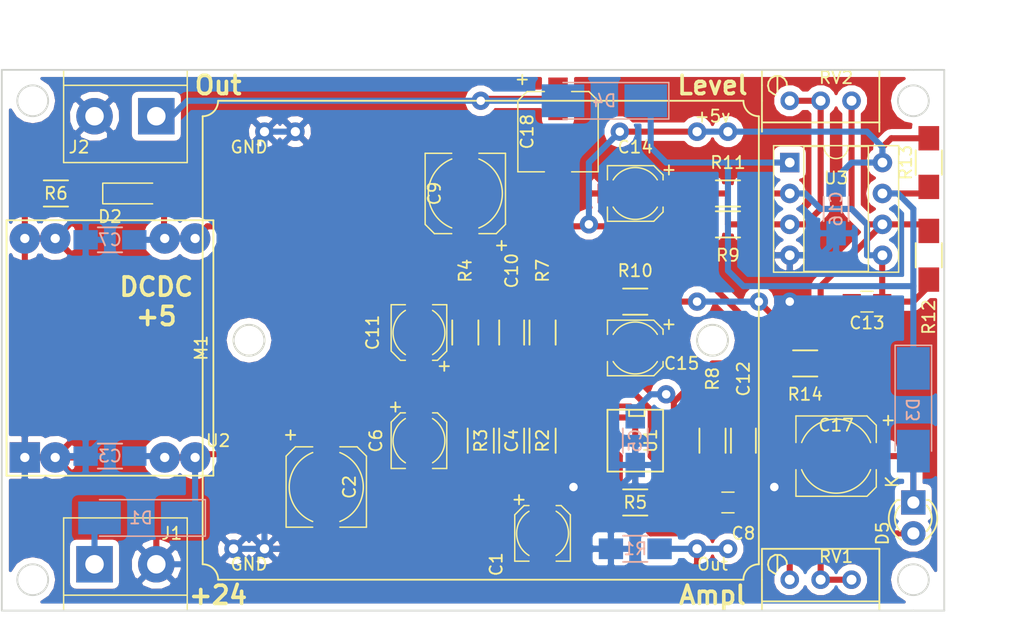
<source format=kicad_pcb>
(kicad_pcb (version 4) (host pcbnew 4.0.5)
  (layers (0 F.Cu signal) (31 B.Cu signal hide) (34 B.Paste user) (35 F.Paste user) (36 B.SilkS user) (37 F.SilkS user) (38 B.Mask user) (39 F.Mask user) (44 Edge.Cuts user))
  (net 0 "")
  (net 1 "Net-(C1-Pad1)")
  (net 2 "Net-(C1-Pad2)")
  (net 3 "Net-(C2-Pad1)")
  (net 4 GND)
  (net 5 "Net-(C4-Pad1)")
  (net 6 "Net-(C4-Pad2)")
  (net 7 +5V)
  (net 8 "Net-(C6-Pad1)")
  (net 9 "Net-(C12-Pad2)")
  (net 10 "Net-(C8-Pad2)")
  (net 11 "Net-(C10-Pad2)")
  (net 12 "Net-(C12-Pad1)")
  (net 13 "Net-(C13-Pad1)")
  (net 14 "Net-(C14-Pad1)")
  (net 15 "Net-(C15-Pad1)")
  (net 16 "Net-(C17-Pad1)")
  (net 17 "Net-(D1-Pad2)")
  (net 18 "Net-(D2-Pad1)")
  (net 19 "Net-(D3-Pad1)")
  (net 20 "Net-(D5-Pad2)")
  (net 21 "Net-(C18-Pad1)")
  (module dz_lib:HB-100-Radar (layer F.Cu) (at 173.99 93.98)
    (fp_text reference U2 (at -3.81 -8.89) (layer F.SilkS))
    (fp_text value HB-100-Radar)
    (fp_text user Out (at 36.83 1.27) (layer F.SilkS))
    (fp_text user GND (at -1.27 1.27) (layer F.SilkS))
    (fp_text user +5v (at 36.83 -35.56) (layer F.SilkS))
    (fp_text user GND (at -1.27 -33.02) (layer F.SilkS))
    (pad 1 thru_hole circle (at -2.54 0) (size 1.524 1.524) (drill 0.762) (layers *.Cu *.Mask) (net 4 GND))
    (pad 2 thru_hole circle (at 0 0) (size 1.524 1.524) (drill 0.762) (layers *.Cu *.Mask) (net 4 GND))
    (pad 3 thru_hole circle (at 0 -34.29) (size 1.524 1.524) (drill 0.762) (layers *.Cu *.Mask) (net 4 GND))
    (pad 4 thru_hole circle (at 2.54 -34.29) (size 1.524 1.524) (drill 0.762) (layers *.Cu *.Mask) (net 4 GND))
    (pad 5 thru_hole circle (at 35.56 0) (size 1.524 1.524) (drill 0.762) (layers *.Cu *.Mask) (net 2 "Net-(C1-Pad2)"))
    (pad 6 thru_hole circle (at 38.1 0) (size 1.524 1.524) (drill 0.762) (layers *.Cu *.Mask) (net 2 "Net-(C1-Pad2)"))
    (pad 7 thru_hole circle (at 35.56 -34.29) (size 1.524 1.524) (drill 0.762) (layers *.Cu *.Mask) (net 7 +5V))
    (pad 8 thru_hole circle (at 38.1 -34.29) (size 1.524 1.524) (drill 0.762) (layers *.Cu *.Mask) (net 7 +5V))
  )
  (module Capacitors_SMD:CP_Elec_6.3x7.7 (layer F.Cu) (at 190.5 64.77 90)
    (fp_text reference C9 (at 0 -2.54 90) (layer F.SilkS))
    (fp_text value 220,0)
    (fp_text user + (at -4.2799 2.9083 90) (layer F.SilkS))
    (pad 1 smd rect (at -2.7 0 270) (size 3.5 1.6) (layers F.Cu F.Paste F.Mask) (net 7 +5V))
    (pad 2 smd rect (at 2.7 0 270) (size 3.5 1.6) (layers F.Cu F.Paste F.Mask) (net 4 GND))
  )
  (module Capacitors_SMD:C_1206_HandSoldering (layer B.Cu) (at 161.29 86.36 180)
    (fp_text reference C3 (at 0 0 180) (layer B.SilkS) (effects (justify mirror)))
    (fp_text value 0,1 hide)
    (pad 1 smd rect (at -2 0 180) (size 2 1.6) (layers B.Cu B.Paste B.Mask) (net 3 "Net-(C2-Pad1)"))
    (pad 2 smd rect (at 2 0 180) (size 2 1.6) (layers B.Cu B.Paste B.Mask) (net 4 GND))
  )
  (module Capacitors_SMD:C_1206_HandSoldering (layer F.Cu) (at 194.31 85.09 270)
    (fp_text reference C4 (at 0 0 270) (layer F.SilkS))
    (fp_text value 2200 hide)
    (pad 1 smd rect (at -2 0 270) (size 2 1.6) (layers F.Cu F.Paste F.Mask) (net 5 "Net-(C4-Pad1)"))
    (pad 2 smd rect (at 2 0 270) (size 2 1.6) (layers F.Cu F.Paste F.Mask) (net 6 "Net-(C4-Pad2)"))
  )
  (module Capacitors_SMD:C_1206_HandSoldering (layer B.Cu) (at 204.47 85.09 90)
    (fp_text reference C5 (at 0 0 90) (layer B.SilkS) (effects (justify mirror)))
    (fp_text value 0,1 hide)
    (pad 1 smd rect (at -2 0 90) (size 2 1.6) (layers B.Cu B.Paste B.Mask) (net 4 GND))
    (pad 2 smd rect (at 2 0 90) (size 2 1.6) (layers B.Cu B.Paste B.Mask) (net 7 +5V))
  )
  (module Capacitors_SMD:C_1206_HandSoldering (layer B.Cu) (at 161.29 68.58 180)
    (fp_text reference C7 (at 0 0 180) (layer B.SilkS) (effects (justify mirror)))
    (fp_text value 0,1 hide)
    (pad 1 smd rect (at -2 0 180) (size 2 1.6) (layers B.Cu B.Paste B.Mask) (net 7 +5V))
    (pad 2 smd rect (at 2 0 180) (size 2 1.6) (layers B.Cu B.Paste B.Mask) (net 4 GND))
  )
  (module Capacitors_SMD:C_1206_HandSoldering (layer F.Cu) (at 194.31 76.2 270)
    (fp_text reference C10 (at -5.08 0 270) (layer F.SilkS))
    (fp_text value 0,1 hide)
    (pad 1 smd rect (at -2 0 270) (size 2 1.6) (layers F.Cu F.Paste F.Mask) (net 4 GND))
    (pad 2 smd rect (at 2 0 270) (size 2 1.6) (layers F.Cu F.Paste F.Mask) (net 11 "Net-(C10-Pad2)"))
  )
  (module Capacitors_SMD:C_1206_HandSoldering (layer F.Cu) (at 213.36 85.09 270)
    (fp_text reference C12 (at -5.08 0 270) (layer F.SilkS))
    (fp_text value 2200 hide)
    (pad 1 smd rect (at -2 0 270) (size 2 1.6) (layers F.Cu F.Paste F.Mask) (net 12 "Net-(C12-Pad1)"))
    (pad 2 smd rect (at 2 0 270) (size 2 1.6) (layers F.Cu F.Paste F.Mask) (net 9 "Net-(C12-Pad2)"))
  )
  (module Capacitors_SMD:C_1206_HandSoldering (layer B.Cu) (at 220.98 66.04 90)
    (fp_text reference C16 (at 0 0 90) (layer B.SilkS) (effects (justify mirror)))
    (fp_text value 0,1 hide)
    (pad 1 smd rect (at -2 0 90) (size 2 1.6) (layers B.Cu B.Paste B.Mask) (net 4 GND))
    (pad 2 smd rect (at 2 0 90) (size 2 1.6) (layers B.Cu B.Paste B.Mask) (net 7 +5V))
  )
  (module LEDs:LED_1206 (layer F.Cu) (at 163.195 64.77)
    (fp_text reference D2 (at -1.905 1.905) (layer F.SilkS))
    (fp_text value LED hide)
    (pad 2 smd rect (at 1.65 0 180) (size 1.5 1.5) (layers F.Cu F.Paste F.Mask) (net 7 +5V))
    (pad 1 smd rect (at -1.65 0 180) (size 1.5 1.5) (layers F.Cu F.Paste F.Mask) (net 18 "Net-(D2-Pad1)"))
  )
  (module LEDs:LED-3MM (layer F.Cu) (at 227.33 90.17 270)
    (fp_text reference D5 (at 2.54 2.54 270) (layer F.SilkS))
    (fp_text value LED hide)
    (fp_text user K (at -1.69 1.74 270) (layer F.SilkS))
    (pad 1 thru_hole rect (at 0 0) (size 2 2) (drill 1.00076) (layers *.Cu *.Mask) (net 16 "Net-(C17-Pad1)"))
    (pad 2 thru_hole circle (at 2.54 0 270) (size 2 2) (drill 1.00076) (layers *.Cu *.Mask) (net 20 "Net-(D5-Pad2)"))
  )
  (module Resistors_SMD:R_1206_HandSoldering (layer B.Cu) (at 204.47 93.98 180)
    (fp_text reference R1 (at 0 0 180) (layer B.SilkS) (effects (justify mirror)))
    (fp_text value 13k hide)
    (pad 1 smd rect (at -2 0 180) (size 2 1.7) (layers B.Cu B.Paste B.Mask) (net 2 "Net-(C1-Pad2)"))
    (pad 2 smd rect (at 2 0 180) (size 2 1.7) (layers B.Cu B.Paste B.Mask) (net 4 GND))
  )
  (module Resistors_SMD:R_1206_HandSoldering (layer F.Cu) (at 196.85 85.09 270)
    (fp_text reference R2 (at 0 0 270) (layer F.SilkS))
    (fp_text value 1M hide)
    (pad 1 smd rect (at -2 0 270) (size 2 1.7) (layers F.Cu F.Paste F.Mask) (net 5 "Net-(C4-Pad1)"))
    (pad 2 smd rect (at 2 0 270) (size 2 1.7) (layers F.Cu F.Paste F.Mask) (net 6 "Net-(C4-Pad2)"))
  )
  (module Resistors_SMD:R_1206_HandSoldering (layer F.Cu) (at 191.77 85.09 270)
    (fp_text reference R3 (at 0 0 270) (layer F.SilkS))
    (fp_text value 10k hide)
    (pad 1 smd rect (at -2 0 270) (size 2 1.7) (layers F.Cu F.Paste F.Mask) (net 8 "Net-(C6-Pad1)"))
    (pad 2 smd rect (at 2 0 270) (size 2 1.7) (layers F.Cu F.Paste F.Mask) (net 6 "Net-(C4-Pad2)"))
  )
  (module Resistors_SMD:R_1206_HandSoldering (layer F.Cu) (at 190.5 76.2 90)
    (fp_text reference R4 (at 5.08 0 90) (layer F.SilkS))
    (fp_text value 47k hide)
    (pad 1 smd rect (at -2 0 90) (size 2 1.7) (layers F.Cu F.Paste F.Mask) (net 11 "Net-(C10-Pad2)"))
    (pad 2 smd rect (at 2 0 90) (size 2 1.7) (layers F.Cu F.Paste F.Mask) (net 7 +5V))
  )
  (module Resistors_SMD:R_1206_HandSoldering (layer F.Cu) (at 204.47 90.17 180)
    (fp_text reference R5 (at 0 0 180) (layer F.SilkS))
    (fp_text value 200k hide)
    (pad 1 smd rect (at -2 0 180) (size 2 1.7) (layers F.Cu F.Paste F.Mask) (net 11 "Net-(C10-Pad2)"))
    (pad 2 smd rect (at 2 0 180) (size 2 1.7) (layers F.Cu F.Paste F.Mask) (net 1 "Net-(C1-Pad1)"))
  )
  (module Resistors_SMD:R_1206_HandSoldering (layer F.Cu) (at 156.845 64.77)
    (fp_text reference R6 (at 0 0) (layer F.SilkS))
    (fp_text value 2,2k hide)
    (pad 1 smd rect (at -2 0) (size 2 1.7) (layers F.Cu F.Paste F.Mask) (net 4 GND))
    (pad 2 smd rect (at 2 0) (size 2 1.7) (layers F.Cu F.Paste F.Mask) (net 18 "Net-(D2-Pad1)"))
  )
  (module Resistors_SMD:R_1206_HandSoldering (layer F.Cu) (at 196.85 76.2 270)
    (fp_text reference R7 (at -5.08 0 270) (layer F.SilkS))
    (fp_text value 47k hide)
    (pad 1 smd rect (at -2 0 270) (size 2 1.7) (layers F.Cu F.Paste F.Mask) (net 4 GND))
    (pad 2 smd rect (at 2 0 270) (size 2 1.7) (layers F.Cu F.Paste F.Mask) (net 11 "Net-(C10-Pad2)"))
  )
  (module Resistors_SMD:R_1206_HandSoldering (layer F.Cu) (at 210.82 85.09 270)
    (fp_text reference R8 (at -5.08 0 270) (layer F.SilkS))
    (fp_text value 1M hide)
    (pad 1 smd rect (at -2 0 270) (size 2 1.7) (layers F.Cu F.Paste F.Mask) (net 12 "Net-(C12-Pad1)"))
    (pad 2 smd rect (at 2 0 270) (size 2 1.7) (layers F.Cu F.Paste F.Mask) (net 9 "Net-(C12-Pad2)"))
  )
  (module Resistors_SMD:R_1206_HandSoldering (layer F.Cu) (at 212.09 67.31)
    (fp_text reference R9 (at 0 2.54) (layer F.SilkS))
    (fp_text value 4,7k hide)
    (pad 1 smd rect (at -2 0) (size 2 1.7) (layers F.Cu F.Paste F.Mask) (net 7 +5V))
    (pad 2 smd rect (at 2 0) (size 2 1.7) (layers F.Cu F.Paste F.Mask) (net 14 "Net-(C14-Pad1)"))
  )
  (module Resistors_SMD:R_1206_HandSoldering (layer F.Cu) (at 204.47 73.66 180)
    (fp_text reference R10 (at 0 2.54 180) (layer F.SilkS))
    (fp_text value 4,7k hide)
    (pad 1 smd rect (at -2 0 180) (size 2 1.7) (layers F.Cu F.Paste F.Mask) (net 15 "Net-(C15-Pad1)"))
    (pad 2 smd rect (at 2 0 180) (size 2 1.7) (layers F.Cu F.Paste F.Mask) (net 4 GND))
  )
  (module Resistors_SMD:R_1206_HandSoldering (layer F.Cu) (at 212.09 64.77 180)
    (fp_text reference R11 (at 0 2.54 180) (layer F.SilkS))
    (fp_text value 47k hide)
    (pad 1 smd rect (at -2 0 180) (size 2 1.7) (layers F.Cu F.Paste F.Mask) (net 13 "Net-(C13-Pad1)"))
    (pad 2 smd rect (at 2 0 180) (size 2 1.7) (layers F.Cu F.Paste F.Mask) (net 14 "Net-(C14-Pad1)"))
  )
  (module Resistors_SMD:R_1206_HandSoldering (layer F.Cu) (at 228.6 69.85 90)
    (fp_text reference R12 (at -5.08 0 90) (layer F.SilkS))
    (fp_text value 47k hide)
    (pad 1 smd rect (at -2 0 90) (size 2 1.7) (layers F.Cu F.Paste F.Mask) (net 13 "Net-(C13-Pad1)"))
    (pad 2 smd rect (at 2 0 90) (size 2 1.7) (layers F.Cu F.Paste F.Mask) (net 15 "Net-(C15-Pad1)"))
  )
  (module Resistors_SMD:R_1206_HandSoldering (layer F.Cu) (at 228.6 62.23 270)
    (fp_text reference R13 (at 0 1.905 270) (layer F.SilkS))
    (fp_text value 4,7k hide)
    (pad 1 smd rect (at -2 0 270) (size 2 1.7) (layers F.Cu F.Paste F.Mask) (net 7 +5V))
    (pad 2 smd rect (at 2 0 270) (size 2 1.7) (layers F.Cu F.Paste F.Mask) (net 19 "Net-(D3-Pad1)"))
  )
  (module Resistors_SMD:R_1206_HandSoldering (layer F.Cu) (at 218.44 78.74)
    (fp_text reference R14 (at 0 2.54) (layer F.SilkS))
    (fp_text value 1,0k hide)
    (pad 1 smd rect (at -2 0) (size 2 1.7) (layers F.Cu F.Paste F.Mask) (net 7 +5V))
    (pad 2 smd rect (at 2 0) (size 2 1.7) (layers F.Cu F.Paste F.Mask) (net 20 "Net-(D5-Pad2)"))
  )
  (module Diodes_SMD:D_MELF_Handsoldering (layer B.Cu) (at 163.83 91.44 180)
    (fp_text reference D1 (at 0 0 180) (layer B.SilkS) (effects (justify mirror)))
    (fp_text value D)
    (pad 1 smd rect (at -3.4 0 180) (size 3.5 2.7) (layers B.Cu B.Paste B.Mask) (net 3 "Net-(C2-Pad1)"))
    (pad 2 smd rect (at 3.4 0 180) (size 3.5 2.7) (layers B.Cu B.Paste B.Mask) (net 17 "Net-(D1-Pad2)"))
  )
  (module Diodes_SMD:D_MELF_Handsoldering (layer B.Cu) (at 227.33 82.55 270)
    (fp_text reference D3 (at 0 0 270) (layer B.SilkS) (effects (justify mirror)))
    (fp_text value D)
    (pad 1 smd rect (at -3.4 0 270) (size 3.5 2.7) (layers B.Cu B.Paste B.Mask) (net 19 "Net-(D3-Pad1)"))
    (pad 2 smd rect (at 3.4 0 270) (size 3.5 2.7) (layers B.Cu B.Paste B.Mask) (net 16 "Net-(C17-Pad1)"))
  )
  (module Diodes_SMD:D_MELF_Handsoldering (layer B.Cu) (at 201.93 57.15 180)
    (fp_text reference D4 (at 0 0 180) (layer B.SilkS) (effects (justify mirror)))
    (fp_text value D)
    (pad 1 smd rect (at -3.4 0 180) (size 3.5 2.7) (layers B.Cu B.Paste B.Mask) (net 19 "Net-(D3-Pad1)"))
    (pad 2 smd rect (at 3.4 0 180) (size 3.5 2.7) (layers B.Cu B.Paste B.Mask) (net 21 "Net-(C18-Pad1)"))
  )
  (module Capacitors_SMD:CP_Elec_4x5.3 (layer F.Cu) (at 196.85 92.71 270)
    (fp_text reference C1 (at 2.54 3.81 270) (layer F.SilkS))
    (fp_text value 10,0)
    (fp_text user + (at -2.7686 2.0066 270) (layer F.SilkS))
    (pad 1 smd rect (at -1.8 0 90) (size 2.6 1.6) (layers F.Cu F.Paste F.Mask) (net 1 "Net-(C1-Pad1)"))
    (pad 2 smd rect (at 1.8 0 90) (size 2.6 1.6) (layers F.Cu F.Paste F.Mask) (net 2 "Net-(C1-Pad2)"))
  )
  (module Capacitors_SMD:CP_Elec_6.3x5.3 (layer F.Cu) (at 179.07 88.9 270)
    (fp_text reference C2 (at 0 -1.905 270) (layer F.SilkS))
    (fp_text value 47,0)
    (fp_text user + (at -4.2799 3.0099 270) (layer F.SilkS))
    (pad 1 smd rect (at -2.7 0 90) (size 3.5 1.6) (layers F.Cu F.Paste F.Mask) (net 3 "Net-(C2-Pad1)"))
    (pad 2 smd rect (at 2.7 0 90) (size 3.5 1.6) (layers F.Cu F.Paste F.Mask) (net 4 GND))
  )
  (module Capacitors_SMD:CP_Elec_4x5.3 (layer F.Cu) (at 186.69 85.09 270)
    (fp_text reference C6 (at 0 3.5433 270) (layer F.SilkS))
    (fp_text value 10,0)
    (fp_text user + (at -2.7686 2.0066 270) (layer F.SilkS))
    (pad 1 smd rect (at -1.8 0 90) (size 2.6 1.6) (layers F.Cu F.Paste F.Mask) (net 8 "Net-(C6-Pad1)"))
    (pad 2 smd rect (at 1.8 0 90) (size 2.6 1.6) (layers F.Cu F.Paste F.Mask) (net 4 GND))
  )
  (module Capacitors_SMD:CP_Elec_4x5.3 (layer F.Cu) (at 186.69 76.2 90)
    (fp_text reference C11 (at 0 -3.81 90) (layer F.SilkS))
    (fp_text value 10,0)
    (fp_text user + (at -2.7686 2.0066 90) (layer F.SilkS))
    (pad 1 smd rect (at -1.8 0 270) (size 2.6 1.6) (layers F.Cu F.Paste F.Mask) (net 11 "Net-(C10-Pad2)"))
    (pad 2 smd rect (at 1.8 0 270) (size 2.6 1.6) (layers F.Cu F.Paste F.Mask) (net 4 GND))
  )
  (module Capacitors_SMD:CP_Elec_4x5.3 (layer F.Cu) (at 204.47 64.77 180)
    (fp_text reference C14 (at 0 3.81 180) (layer F.SilkS))
    (fp_text value 10,0)
    (fp_text user + (at -2.7686 2.0066 180) (layer F.SilkS))
    (pad 1 smd rect (at -1.8 0) (size 2.6 1.6) (layers F.Cu F.Paste F.Mask) (net 14 "Net-(C14-Pad1)"))
    (pad 2 smd rect (at 1.8 0) (size 2.6 1.6) (layers F.Cu F.Paste F.Mask) (net 4 GND))
  )
  (module Capacitors_SMD:CP_Elec_4x5.3 (layer F.Cu) (at 204.47 77.47 180)
    (fp_text reference C15 (at -3.81 -1.27 180) (layer F.SilkS))
    (fp_text value 10,0)
    (fp_text user + (at -2.7686 2.0066 180) (layer F.SilkS))
    (pad 1 smd rect (at -1.8 0) (size 2.6 1.6) (layers F.Cu F.Paste F.Mask) (net 15 "Net-(C15-Pad1)"))
    (pad 2 smd rect (at 1.8 0) (size 2.6 1.6) (layers F.Cu F.Paste F.Mask) (net 4 GND))
  )
  (module Capacitors_SMD:CP_Elec_6.3x5.3 (layer F.Cu) (at 220.98 86.36 180)
    (fp_text reference C17 (at 0 2.54 180) (layer F.SilkS))
    (fp_text value 100,0)
    (fp_text user + (at -4.2799 3.0099 180) (layer F.SilkS))
    (pad 1 smd rect (at -2.7 0) (size 3.5 1.6) (layers F.Cu F.Paste F.Mask) (net 16 "Net-(C17-Pad1)"))
    (pad 2 smd rect (at 2.7 0) (size 3.5 1.6) (layers F.Cu F.Paste F.Mask) (net 4 GND))
  )
  (module Connectors:bornier2 (layer F.Cu) (at 160.02 95.25)
    (fp_text reference J1 (at 6.35 -2.54) (layer F.SilkS))
    (fp_text value Power)
    (pad 1 thru_hole rect (at 0 0) (size 3 3) (drill 1.52) (layers *.Cu *.Mask) (net 17 "Net-(D1-Pad2)"))
    (pad 2 thru_hole circle (at 5.08 0) (size 3 3) (drill 1.52) (layers *.Cu *.Mask) (net 4 GND))
  )
  (module Connectors:bornier2 (layer F.Cu) (at 165.1 58.42 180)
    (fp_text reference J2 (at 6.35 -2.54 180) (layer F.SilkS))
    (fp_text value Out)
    (pad 1 thru_hole rect (at 0 0 180) (size 3 3) (drill 1.52) (layers *.Cu *.Mask) (net 21 "Net-(C18-Pad1)"))
    (pad 2 thru_hole circle (at 5.08 0 180) (size 3 3) (drill 1.52) (layers *.Cu *.Mask) (net 4 GND))
  )
  (module Potentiometers:Potentiometer_Bourns_3296W_3-8Zoll_Inline_ScrewUp (layer F.Cu) (at 217.17 96.52 270)
    (fp_text reference RV1 (at -1.905 -3.81 360) (layer F.SilkS))
    (fp_text value 47k)
    (pad 2 thru_hole circle (at 0 -2.54 270) (size 1.524 1.524) (drill 0.8128) (layers *.Cu *.Mask) (net 10 "Net-(C8-Pad2)"))
    (pad 3 thru_hole circle (at 0 -5.08 270) (size 1.524 1.524) (drill 0.8128) (layers *.Cu *.Mask) (net 10 "Net-(C8-Pad2)"))
    (pad 1 thru_hole circle (at 0 0 270) (size 1.524 1.524) (drill 0.8128) (layers *.Cu *.Mask) (net 5 "Net-(C4-Pad1)"))
  )
  (module Potentiometers:Potentiometer_Bourns_3296W_3-8Zoll_Inline_ScrewUp (layer F.Cu) (at 217.17 57.15 270)
    (fp_text reference RV2 (at -1.905 -3.81 360) (layer F.SilkS))
    (fp_text value 510)
    (pad 2 thru_hole circle (at 0 -2.54 270) (size 1.524 1.524) (drill 0.8128) (layers *.Cu *.Mask) (net 14 "Net-(C14-Pad1)"))
    (pad 3 thru_hole circle (at 0 -5.08 270) (size 1.524 1.524) (drill 0.8128) (layers *.Cu *.Mask) (net 15 "Net-(C15-Pad1)"))
    (pad 1 thru_hole circle (at 0 0 270) (size 1.524 1.524) (drill 0.8128) (layers *.Cu *.Mask) (net 14 "Net-(C14-Pad1)"))
  )
  (module Capacitors_SMD:CP_Elec_6.3x5.3 (layer F.Cu) (at 198.12 59.69 270)
    (fp_text reference C18 (at 0 2.54 270) (layer F.SilkS))
    (fp_text value 100,0)
    (fp_text user + (at -4.28 3.01 270) (layer F.SilkS))
    (pad 1 smd rect (at -2.7 0 90) (size 3.5 1.6) (layers F.Cu F.Paste F.Mask) (net 21 "Net-(C18-Pad1)"))
    (pad 2 smd rect (at 2.7 0 90) (size 3.5 1.6) (layers F.Cu F.Paste F.Mask) (net 4 GND))
  )
  (module dz_lib:dcdc5v (layer F.Cu) (at 161.29 77.47 90)
    (fp_text reference M1 (at 0 7.5 90) (layer F.SilkS))
    (fp_text value dcdc5v)
    (pad 1 thru_hole rect (at -9 -7 90) (size 2.5 2.5) (drill 0.762) (layers *.Cu *.Mask) (net 4 GND))
    (pad 2 thru_hole circle (at -9 7 90) (size 2.5 2.5) (drill 0.762) (layers *.Cu *.Mask) (net 3 "Net-(C2-Pad1)"))
    (pad 3 thru_hole circle (at 9 7 90) (size 2.5 2.5) (drill 0.762) (layers *.Cu *.Mask) (net 7 +5V))
    (pad 4 thru_hole circle (at 9 -7 90) (size 2.5 2.5) (drill 0.762) (layers *.Cu *.Mask) (net 4 GND))
    (pad 1 thru_hole circle (at -9 -4.5 90) (size 2.5 2.5) (drill 0.762) (layers *.Cu *.Mask) (net 4 GND))
    (pad 2 thru_hole circle (at -9 4.5 90) (size 2.5 2.5) (drill 0.762) (layers *.Cu *.Mask) (net 3 "Net-(C2-Pad1)"))
    (pad 3 thru_hole circle (at 9 4.5 90) (size 2.5 2.5) (drill 0.762) (layers *.Cu *.Mask) (net 7 +5V))
    (pad 4 thru_hole circle (at 9 -4.5 90) (size 2.5 2.5) (drill 0.762) (layers *.Cu *.Mask) (net 4 GND))
  )
  (module SMD_Packages:SOIC-8-N (layer F.Cu) (at 204.47 85.09 270)
    (fp_text reference U1 (at 0 -1.27 270) (layer F.SilkS))
    (fp_text value LM358)
    (pad 8 smd rect (at -1.905 -3.175 270) (size 0.508 1.143) (layers F.Cu F.Paste F.Mask) (net 7 +5V))
    (pad 7 smd rect (at -0.635 -3.175 270) (size 0.508 1.143) (layers F.Cu F.Paste F.Mask) (net 12 "Net-(C12-Pad1)"))
    (pad 6 smd rect (at 0.635 -3.175 270) (size 0.508 1.143) (layers F.Cu F.Paste F.Mask) (net 9 "Net-(C12-Pad2)"))
    (pad 5 smd rect (at 1.905 -3.175 270) (size 0.508 1.143) (layers F.Cu F.Paste F.Mask) (net 11 "Net-(C10-Pad2)"))
    (pad 4 smd rect (at 1.905 3.175 270) (size 0.508 1.143) (layers F.Cu F.Paste F.Mask) (net 4 GND))
    (pad 3 smd rect (at 0.635 3.175 270) (size 0.508 1.143) (layers F.Cu F.Paste F.Mask) (net 1 "Net-(C1-Pad1)"))
    (pad 2 smd rect (at -0.635 3.175 270) (size 0.508 1.143) (layers F.Cu F.Paste F.Mask) (net 6 "Net-(C4-Pad2)"))
    (pad 1 smd rect (at -1.905 3.175 270) (size 0.508 1.143) (layers F.Cu F.Paste F.Mask) (net 5 "Net-(C4-Pad1)"))
  )
  (module Housings_DIP:DIP-8_W7.62mm_Socket (layer F.Cu) (at 217.17 62.23)
    (fp_text reference U3 (at 3.81 1.27) (layer F.SilkS))
    (fp_text value LM2903)
    (pad 1 thru_hole rect (at 0 0) (size 1.6 1.6) (drill 0.8) (layers *.Cu *.Mask) (net 19 "Net-(D3-Pad1)"))
    (pad 5 thru_hole oval (at 7.62 7.62) (size 1.6 1.6) (drill 0.8) (layers *.Cu *.Mask) (net 13 "Net-(C13-Pad1)"))
    (pad 2 thru_hole oval (at 0 2.54) (size 1.6 1.6) (drill 0.8) (layers *.Cu *.Mask) (net 13 "Net-(C13-Pad1)"))
    (pad 6 thru_hole oval (at 7.62 5.08) (size 1.6 1.6) (drill 0.8) (layers *.Cu *.Mask) (net 15 "Net-(C15-Pad1)"))
    (pad 3 thru_hole oval (at 0 5.08) (size 1.6 1.6) (drill 0.8) (layers *.Cu *.Mask) (net 14 "Net-(C14-Pad1)"))
    (pad 7 thru_hole oval (at 7.62 2.54) (size 1.6 1.6) (drill 0.8) (layers *.Cu *.Mask) (net 19 "Net-(D3-Pad1)"))
    (pad 4 thru_hole oval (at 0 7.62) (size 1.6 1.6) (drill 0.8) (layers *.Cu *.Mask) (net 4 GND))
    (pad 8 thru_hole oval (at 7.62 0) (size 1.6 1.6) (drill 0.8) (layers *.Cu *.Mask) (net 7 +5V))
  )
  (module Capacitors_SMD:C_0805_HandSoldering (layer F.Cu) (at 223.52 73.66 180)
    (fp_text reference C13 (at 0 -1.75 180) (layer F.SilkS))
    (fp_text value 10,0)
    (pad 1 smd rect (at -1.25 0 180) (size 1.5 1.25) (layers F.Cu F.Paste F.Mask) (net 13 "Net-(C13-Pad1)"))
    (pad 2 smd rect (at 1.25 0 180) (size 1.5 1.25) (layers F.Cu F.Paste F.Mask) (net 12 "Net-(C12-Pad1)"))
  )
  (module Capacitors_SMD:C_0805_HandSoldering (layer F.Cu) (at 212.09 90.17)
    (fp_text reference C8 (at 1.27 2.54) (layer F.SilkS))
    (fp_text value 10,0)
    (pad 1 smd rect (at -1.25 0) (size 1.5 1.25) (layers F.Cu F.Paste F.Mask) (net 9 "Net-(C12-Pad2)"))
    (pad 2 smd rect (at 1.25 0) (size 1.5 1.25) (layers F.Cu F.Paste F.Mask) (net 10 "Net-(C8-Pad2)"))
  )
  (gr_line (start 152.4 54.61) (end 227.33 54.61) (angle 90) (layer Edge.Cuts) (width 0.15))
  (gr_line (start 227.33 99.06) (end 152.4 99.06) (angle 90) (layer Edge.Cuts) (width 0.15))
  (gr_line (start 152.4 99.06) (end 152.4 54.61) (angle 90) (layer Edge.Cuts) (width 0.15))
  (gr_text "DCDC\n+5" (at 165.1 73.66) (layer F.SilkS) (effects (font (size 1.5 1.5) (thickness 0.3))))
  (gr_text Ampl (at 210.82 97.79) (layer F.SilkS) (effects (font (size 1.5 1.5) (thickness 0.3))))
  (gr_text Level (at 210.82 55.88) (layer F.SilkS) (effects (font (size 1.5 1.5) (thickness 0.3))))
  (gr_text +24 (at 170.18 97.79) (layer F.SilkS) (effects (font (size 1.5 1.5) (thickness 0.3))))
  (gr_text Out (at 170.18 55.88) (layer F.SilkS) (effects (font (size 1.5 1.5) (thickness 0.3))))
  (gr_line (start 229.87 99.06) (end 227.33 99.06) (angle 90) (layer Edge.Cuts) (width 0.15))
  (gr_line (start 229.87 54.61) (end 229.87 99.06) (angle 90) (layer Edge.Cuts) (width 0.15))
  (gr_line (start 227.33 54.61) (end 229.87 54.61) (angle 90) (layer Edge.Cuts) (width 0.15))
  (gr_circle (center 172.72 76.835) (end 173.99 76.835) (layer Edge.Cuts) (width 0.15))
  (gr_circle (center 210.82 76.835) (end 212.09 76.835) (layer Edge.Cuts) (width 0.15))
  (gr_text +5 (at 182.88 69.85) (layer F.Cu) (effects (font (size 1.5 1.5) (thickness 0.3))))
  (gr_circle (center 154.94 96.52) (end 156.21 96.52) (layer Edge.Cuts) (width 0.15))
  (gr_circle (center 154.94 57.15) (end 153.67 57.15) (layer Edge.Cuts) (width 0.15))
  (gr_circle (center 227.33 96.52) (end 228.6 96.52) (layer Edge.Cuts) (width 0.15))
  (gr_circle (center 227.33 57.15) (end 228.6 57.15) (layer Edge.Cuts) (width 0.15))
  (segment (start 196.85 90.91) (end 197.38 90.91) (width 0.5) (layer F.Cu) (net 1))
  (segment (start 197.38 90.91) (end 198.12 90.17) (width 0.5) (layer F.Cu) (net 1))
  (segment (start 198.12 90.17) (end 202.47 90.17) (width 0.5) (layer F.Cu) (net 1))
  (segment (start 201.295 85.725) (end 202.565 85.725) (width 0.5) (layer F.Cu) (net 1))
  (segment (start 203.2 86.36) (end 203.2 89.44) (width 0.5) (layer F.Cu) (net 1))
  (segment (start 202.565 85.725) (end 203.2 86.36) (width 0.5) (layer F.Cu) (net 1))
  (segment (start 203.2 89.44) (end 202.47 90.17) (width 0.5) (layer F.Cu) (net 1))
  (segment (start 209.55 93.98) (end 212.09 93.98) (width 0.5) (layer B.Cu) (net 2))
  (segment (start 206.47 93.98) (end 209.55 93.98) (width 0.5) (layer B.Cu) (net 2))
  (segment (start 196.85 94.51) (end 196.85 95.25) (width 0.5) (layer F.Cu) (net 2))
  (segment (start 196.85 95.25) (end 198.12 96.52) (width 0.5) (layer F.Cu) (net 2))
  (segment (start 198.12 96.52) (end 208.28 96.52) (width 0.5) (layer F.Cu) (net 2))
  (segment (start 208.28 96.52) (end 209.55 95.25) (width 0.5) (layer F.Cu) (net 2))
  (segment (start 209.55 95.25) (end 209.55 93.98) (width 0.5) (layer F.Cu) (net 2))
  (segment (start 165.79 86.47) (end 168.29 86.47) (width 0.5) (layer F.Cu) (net 3))
  (segment (start 179.07 86.2) (end 168.56 86.2) (width 0.5) (layer F.Cu) (net 3))
  (segment (start 168.56 86.2) (end 168.29 86.47) (width 0.5) (layer F.Cu) (net 3))
  (segment (start 163.29 86.36) (end 165.68 86.36) (width 0.5) (layer B.Cu) (net 3))
  (segment (start 165.68 86.36) (end 165.79 86.47) (width 0.5) (layer B.Cu) (net 3))
  (segment (start 168.29 86.47) (end 168.29 90.38) (width 0.5) (layer B.Cu) (net 3))
  (segment (start 168.29 90.38) (end 167.23 91.44) (width 0.5) (layer B.Cu) (net 3))
  (segment (start 167.23 91.44) (end 167.64 91.44) (width 0.5) (layer B.Cu) (net 3))
  (segment (start 167.64 91.44) (end 168.37 90.71) (width 0.5) (layer B.Cu) (net 3))
  (segment (start 173.99 93.98) (end 173.99 83.185) (width 0.5) (layer B.Cu) (net 4))
  (segment (start 163.735 81.915) (end 159.29 86.36) (width 0.5) (layer B.Cu) (net 4))
  (segment (start 172.72 81.915) (end 163.735 81.915) (width 0.5) (layer B.Cu) (net 4))
  (segment (start 173.99 83.185) (end 172.72 81.915) (width 0.5) (layer B.Cu) (net 4))
  (segment (start 156.79 86.47) (end 154.29 86.47) (width 0.5) (layer F.Cu) (net 4))
  (segment (start 165.1 95.25) (end 165.1 92.075) (width 0.5) (layer F.Cu) (net 4))
  (segment (start 165.1 92.075) (end 159.495 86.47) (width 0.5) (layer F.Cu) (net 4))
  (segment (start 159.495 86.47) (end 154.29 86.47) (width 0.5) (layer F.Cu) (net 4))
  (segment (start 154.29 68.47) (end 154.29 86.47) (width 0.5) (layer F.Cu) (net 4))
  (segment (start 154.29 68.47) (end 156.79 68.47) (width 0.5) (layer F.Cu) (net 4))
  (segment (start 154.29 68.47) (end 154.29 65.325) (width 0.5) (layer F.Cu) (net 4))
  (segment (start 154.29 65.325) (end 154.845 64.77) (width 0.5) (layer F.Cu) (net 4))
  (segment (start 156.79 86.47) (end 156.9 86.36) (width 0.5) (layer B.Cu) (net 4))
  (segment (start 156.9 86.36) (end 159.29 86.36) (width 0.5) (layer B.Cu) (net 4))
  (segment (start 161.29 62.23) (end 161.29 59.69) (width 0.5) (layer B.Cu) (net 4))
  (segment (start 173.99 60.96) (end 172.72 62.23) (width 0.5) (layer B.Cu) (net 4))
  (segment (start 172.72 62.23) (end 161.29 62.23) (width 0.5) (layer B.Cu) (net 4))
  (segment (start 173.99 59.69) (end 173.99 60.96) (width 0.5) (layer B.Cu) (net 4))
  (segment (start 161.29 59.69) (end 160.02 58.42) (width 0.5) (layer B.Cu) (net 4))
  (segment (start 202.47 93.98) (end 177.8 93.98) (width 0.5) (layer B.Cu) (net 4))
  (segment (start 177.8 93.98) (end 173.99 93.98) (width 0.5) (layer B.Cu) (net 4))
  (segment (start 165.1 95.25) (end 170.18 95.25) (width 0.5) (layer B.Cu) (net 4))
  (segment (start 170.18 95.25) (end 171.45 93.98) (width 0.5) (layer B.Cu) (net 4))
  (segment (start 179.07 91.6) (end 179.07 93.98) (width 0.5) (layer F.Cu) (net 4))
  (segment (start 190.5 62.07) (end 178.91 62.07) (width 0.5) (layer F.Cu) (net 4))
  (segment (start 178.91 62.07) (end 176.53 59.69) (width 0.5) (layer F.Cu) (net 4))
  (segment (start 198.12 62.39) (end 200.29 62.39) (width 0.5) (layer F.Cu) (net 4))
  (segment (start 200.29 62.39) (end 202.67 64.77) (width 0.5) (layer F.Cu) (net 4))
  (segment (start 190.5 62.07) (end 197.8 62.07) (width 0.5) (layer F.Cu) (net 4))
  (segment (start 197.8 62.07) (end 198.12 62.39) (width 0.5) (layer F.Cu) (net 4))
  (segment (start 215.9 88.9) (end 215.9 74.93) (width 0.5) (layer B.Cu) (net 4))
  (segment (start 217.17 73.66) (end 217.17 69.85) (width 0.5) (layer F.Cu) (net 4))
  (via (at 217.17 73.66) (size 1.5) (drill 0.7) (layers F.Cu B.Cu) (net 4))
  (segment (start 215.9 74.93) (end 217.17 73.66) (width 0.5) (layer B.Cu) (net 4))
  (segment (start 171.45 93.98) (end 173.99 93.98) (width 0.5) (layer B.Cu) (net 4))
  (segment (start 173.99 59.69) (end 176.53 59.69) (width 0.5) (layer B.Cu) (net 4))
  (segment (start 173.99 93.98) (end 179.07 93.98) (width 0.5) (layer F.Cu) (net 4))
  (segment (start 179.07 93.98) (end 185.42 93.98) (width 0.5) (layer F.Cu) (net 4))
  (segment (start 185.42 93.98) (end 186.69 92.71) (width 0.5) (layer F.Cu) (net 4))
  (segment (start 186.69 92.71) (end 186.69 86.89) (width 0.5) (layer F.Cu) (net 4))
  (segment (start 203.2 88.9) (end 215.9 88.9) (width 0.5) (layer B.Cu) (net 4))
  (segment (start 218.44 87.63) (end 218.44 86.52) (width 0.5) (layer F.Cu) (net 4))
  (segment (start 217.17 88.9) (end 218.44 87.63) (width 0.5) (layer F.Cu) (net 4))
  (segment (start 215.9 88.9) (end 217.17 88.9) (width 0.5) (layer F.Cu) (net 4))
  (via (at 215.9 88.9) (size 1.5) (drill 0.7) (layers F.Cu B.Cu) (net 4))
  (segment (start 218.44 86.52) (end 218.28 86.36) (width 0.5) (layer F.Cu) (net 4))
  (segment (start 202.47 93.98) (end 202.47 89.63) (width 0.5) (layer B.Cu) (net 4))
  (segment (start 202.47 89.63) (end 203.2 88.9) (width 0.5) (layer B.Cu) (net 4))
  (segment (start 202.67 77.47) (end 202.67 73.86) (width 0.5) (layer F.Cu) (net 4))
  (segment (start 202.67 73.86) (end 202.47 73.66) (width 0.5) (layer F.Cu) (net 4))
  (segment (start 204.47 87.09) (end 204.47 87.63) (width 0.5) (layer B.Cu) (net 4))
  (segment (start 204.47 87.63) (end 203.2 88.9) (width 0.5) (layer B.Cu) (net 4))
  (segment (start 203.2 88.9) (end 199.39 88.9) (width 0.5) (layer B.Cu) (net 4))
  (via (at 199.39 88.9) (size 1.5) (drill 0.7) (layers F.Cu B.Cu) (net 4))
  (segment (start 217.17 69.85) (end 219.71 69.85) (width 0.5) (layer B.Cu) (net 4))
  (segment (start 219.71 69.85) (end 220.98 68.58) (width 0.5) (layer B.Cu) (net 4))
  (segment (start 220.98 68.58) (end 220.98 68.04) (width 0.5) (layer B.Cu) (net 4))
  (segment (start 201.295 86.995) (end 199.39 88.9) (width 0.5) (layer F.Cu) (net 4))
  (segment (start 187.96 88.9) (end 186.69 87.63) (width 0.5) (layer F.Cu) (net 4))
  (segment (start 199.39 88.9) (end 187.96 88.9) (width 0.5) (layer F.Cu) (net 4))
  (segment (start 186.69 87.63) (end 186.69 86.89) (width 0.5) (layer F.Cu) (net 4))
  (segment (start 201.295 83.185) (end 203.835 83.185) (width 0.5) (layer F.Cu) (net 5))
  (segment (start 217.17 92.71) (end 217.17 96.52) (width 0.5) (layer F.Cu) (net 5))
  (segment (start 215.9 91.44) (end 217.17 92.71) (width 0.5) (layer F.Cu) (net 5))
  (segment (start 209.55 91.44) (end 215.9 91.44) (width 0.5) (layer F.Cu) (net 5))
  (segment (start 208.28 92.71) (end 209.55 91.44) (width 0.5) (layer F.Cu) (net 5))
  (segment (start 205.74 92.71) (end 208.28 92.71) (width 0.5) (layer F.Cu) (net 5))
  (segment (start 204.47 91.44) (end 205.74 92.71) (width 0.5) (layer F.Cu) (net 5))
  (segment (start 204.47 83.82) (end 204.47 91.44) (width 0.5) (layer F.Cu) (net 5))
  (segment (start 203.835 83.185) (end 204.47 83.82) (width 0.5) (layer F.Cu) (net 5))
  (segment (start 194.31 83.09) (end 196.85 83.09) (width 0.5) (layer F.Cu) (net 5))
  (segment (start 201.295 83.185) (end 196.945 83.185) (width 0.5) (layer F.Cu) (net 5))
  (segment (start 196.945 83.185) (end 196.85 83.09) (width 0.5) (layer F.Cu) (net 5))
  (segment (start 194.31 87.09) (end 196.85 87.09) (width 0.5) (layer F.Cu) (net 6))
  (segment (start 191.77 87.09) (end 194.31 87.09) (width 0.5) (layer F.Cu) (net 6))
  (segment (start 201.295 84.455) (end 200.025 84.455) (width 0.5) (layer F.Cu) (net 6))
  (segment (start 200.025 84.455) (end 197.39 87.09) (width 0.5) (layer F.Cu) (net 6))
  (segment (start 197.39 87.09) (end 196.85 87.09) (width 0.5) (layer F.Cu) (net 6))
  (segment (start 168.29 68.47) (end 165.79 68.47) (width 0.5) (layer B.Cu) (net 7))
  (segment (start 165.79 68.47) (end 165.68 68.58) (width 0.5) (layer B.Cu) (net 7))
  (segment (start 165.68 68.58) (end 163.29 68.58) (width 0.5) (layer B.Cu) (net 7))
  (segment (start 190.5 67.47) (end 169.29 67.47) (width 0.5) (layer F.Cu) (net 7))
  (segment (start 169.29 67.47) (end 168.29 68.47) (width 0.5) (layer F.Cu) (net 7))
  (segment (start 165.79 68.47) (end 165.735 68.415) (width 0.5) (layer F.Cu) (net 7))
  (segment (start 165.735 68.415) (end 165.735 65.66) (width 0.5) (layer F.Cu) (net 7))
  (segment (start 165.735 65.66) (end 164.845 64.77) (width 0.5) (layer F.Cu) (net 7))
  (segment (start 209.55 59.69) (end 203.2 59.69) (width 0.5) (layer F.Cu) (net 7))
  (via (at 200.66 67.31) (size 1.5) (drill 0.7) (layers F.Cu B.Cu) (net 7))
  (segment (start 200.66 62.23) (end 200.66 67.31) (width 0.5) (layer B.Cu) (net 7))
  (segment (start 203.2 59.69) (end 200.66 62.23) (width 0.5) (layer B.Cu) (net 7))
  (via (at 203.2 59.69) (size 1.5) (drill 0.7) (layers F.Cu B.Cu) (net 7))
  (segment (start 200.66 67.31) (end 200.66 67.47) (width 0.5) (layer F.Cu) (net 7))
  (segment (start 200.66 67.47) (end 200.66 67.31) (width 0.5) (layer F.Cu) (net 7))
  (segment (start 200.66 67.31) (end 200.66 67.47) (width 0.5) (layer F.Cu) (net 7))
  (segment (start 190.5 67.47) (end 200.66 67.47) (width 0.5) (layer F.Cu) (net 7))
  (segment (start 200.66 67.47) (end 209.93 67.47) (width 0.5) (layer F.Cu) (net 7))
  (segment (start 209.93 67.47) (end 210.09 67.31) (width 0.5) (layer F.Cu) (net 7))
  (segment (start 190.5 74.2) (end 190.5 67.47) (width 0.5) (layer F.Cu) (net 7))
  (segment (start 204.47 83.09) (end 204.47 82.55) (width 0.5) (layer B.Cu) (net 7))
  (segment (start 209.55 59.69) (end 212.09 59.69) (width 0.5) (layer B.Cu) (net 7))
  (segment (start 212.09 59.69) (end 223.52 59.69) (width 0.5) (layer B.Cu) (net 7))
  (segment (start 223.52 59.69) (end 224.79 60.96) (width 0.5) (layer B.Cu) (net 7))
  (segment (start 224.79 60.96) (end 224.79 62.23) (width 0.5) (layer B.Cu) (net 7))
  (segment (start 210.09 67.31) (end 210.09 71.66) (width 0.5) (layer F.Cu) (net 7))
  (segment (start 214.63 76.2) (end 214.63 78.74) (width 0.5) (layer F.Cu) (net 7))
  (segment (start 210.09 71.66) (end 214.63 76.2) (width 0.5) (layer F.Cu) (net 7))
  (segment (start 207.645 83.185) (end 207.645 81.915) (width 0.5) (layer F.Cu) (net 7))
  (segment (start 207.645 81.915) (end 210.82 78.74) (width 0.5) (layer F.Cu) (net 7))
  (segment (start 210.82 78.74) (end 214.63 78.74) (width 0.5) (layer F.Cu) (net 7))
  (segment (start 214.63 78.74) (end 216.44 78.74) (width 0.5) (layer F.Cu) (net 7))
  (segment (start 204.47 82.55) (end 205.74 81.28) (width 0.5) (layer B.Cu) (net 7))
  (segment (start 207.01 81.28) (end 207.645 81.915) (width 0.5) (layer F.Cu) (net 7))
  (via (at 207.01 81.28) (size 1.5) (drill 0.7) (layers F.Cu B.Cu) (net 7))
  (segment (start 205.74 81.28) (end 207.01 81.28) (width 0.5) (layer B.Cu) (net 7))
  (segment (start 224.79 62.23) (end 222.25 62.23) (width 0.5) (layer B.Cu) (net 7))
  (segment (start 222.25 62.23) (end 220.98 63.5) (width 0.5) (layer B.Cu) (net 7))
  (segment (start 220.98 63.5) (end 220.98 64.04) (width 0.5) (layer B.Cu) (net 7))
  (segment (start 228.6 60.23) (end 225.52 60.23) (width 0.5) (layer F.Cu) (net 7))
  (segment (start 225.52 60.23) (end 224.79 60.96) (width 0.5) (layer F.Cu) (net 7))
  (segment (start 224.79 60.96) (end 224.79 62.23) (width 0.5) (layer F.Cu) (net 7))
  (segment (start 191.77 83.09) (end 186.89 83.09) (width 0.5) (layer F.Cu) (net 8))
  (segment (start 186.89 83.09) (end 186.69 83.29) (width 0.5) (layer F.Cu) (net 8))
  (segment (start 210.84 90.17) (end 210.84 87.11) (width 0.5) (layer F.Cu) (net 9))
  (segment (start 210.84 87.11) (end 210.82 87.09) (width 0.5) (layer F.Cu) (net 9))
  (segment (start 210.82 87.09) (end 213.36 87.09) (width 0.5) (layer F.Cu) (net 9))
  (segment (start 207.645 85.725) (end 210.185 85.725) (width 0.5) (layer F.Cu) (net 9))
  (segment (start 210.185 85.725) (end 210.82 86.36) (width 0.5) (layer F.Cu) (net 9))
  (segment (start 210.82 86.36) (end 210.82 87.09) (width 0.5) (layer F.Cu) (net 9))
  (segment (start 219.71 96.52) (end 222.25 96.52) (width 0.5) (layer F.Cu) (net 10))
  (segment (start 219.71 96.52) (end 219.71 91.44) (width 0.5) (layer F.Cu) (net 10))
  (segment (start 219.71 91.44) (end 218.44 90.17) (width 0.5) (layer F.Cu) (net 10))
  (segment (start 218.44 90.17) (end 213.34 90.17) (width 0.5) (layer F.Cu) (net 10))
  (segment (start 190.5 78.2) (end 186.89 78.2) (width 0.5) (layer F.Cu) (net 11))
  (segment (start 186.89 78.2) (end 186.69 78) (width 0.5) (layer F.Cu) (net 11))
  (segment (start 207.645 86.995) (end 206.375 86.995) (width 0.5) (layer F.Cu) (net 11))
  (segment (start 198.66 80.01) (end 196.85 78.2) (width 0.5) (layer F.Cu) (net 11))
  (segment (start 199.39 80.01) (end 198.66 80.01) (width 0.5) (layer F.Cu) (net 11))
  (segment (start 200.66 81.28) (end 199.39 80.01) (width 0.5) (layer F.Cu) (net 11))
  (segment (start 204.47 81.28) (end 200.66 81.28) (width 0.5) (layer F.Cu) (net 11))
  (segment (start 205.74 82.55) (end 204.47 81.28) (width 0.5) (layer F.Cu) (net 11))
  (segment (start 205.74 86.36) (end 205.74 82.55) (width 0.5) (layer F.Cu) (net 11))
  (segment (start 206.375 86.995) (end 205.74 86.36) (width 0.5) (layer F.Cu) (net 11))
  (segment (start 194.31 78.2) (end 196.85 78.2) (width 0.5) (layer F.Cu) (net 11))
  (segment (start 186.69 78) (end 194.11 78) (width 0.5) (layer F.Cu) (net 11))
  (segment (start 194.11 78) (end 194.31 78.2) (width 0.5) (layer F.Cu) (net 11))
  (segment (start 207.645 86.995) (end 207.645 88.995) (width 0.5) (layer F.Cu) (net 11))
  (segment (start 207.645 88.995) (end 206.47 90.17) (width 0.5) (layer F.Cu) (net 11))
  (segment (start 218.44 76.2) (end 220.98 76.2) (width 0.5) (layer F.Cu) (net 12))
  (segment (start 222.27 74.91) (end 222.27 73.66) (width 0.5) (layer F.Cu) (net 12))
  (segment (start 220.98 76.2) (end 222.27 74.91) (width 0.5) (layer F.Cu) (net 12))
  (segment (start 213.36 83.09) (end 216.63 83.09) (width 0.5) (layer F.Cu) (net 12))
  (segment (start 218.44 81.28) (end 218.44 76.2) (width 0.5) (layer F.Cu) (net 12))
  (segment (start 216.63 83.09) (end 218.44 81.28) (width 0.5) (layer F.Cu) (net 12))
  (segment (start 210.82 83.09) (end 213.36 83.09) (width 0.5) (layer F.Cu) (net 12))
  (segment (start 207.645 84.455) (end 210.185 84.455) (width 0.5) (layer F.Cu) (net 12))
  (segment (start 210.185 84.455) (end 210.82 83.82) (width 0.5) (layer F.Cu) (net 12))
  (segment (start 210.82 83.82) (end 210.82 83.09) (width 0.5) (layer F.Cu) (net 12))
  (segment (start 217.17 64.77) (end 218.44 64.77) (width 0.5) (layer B.Cu) (net 13))
  (segment (start 223.52 69.85) (end 224.79 69.85) (width 0.5) (layer B.Cu) (net 13))
  (segment (start 223.52 67.31) (end 223.52 69.85) (width 0.5) (layer B.Cu) (net 13))
  (segment (start 222.25 66.04) (end 223.52 67.31) (width 0.5) (layer B.Cu) (net 13))
  (segment (start 219.71 66.04) (end 222.25 66.04) (width 0.5) (layer B.Cu) (net 13))
  (segment (start 218.44 64.77) (end 219.71 66.04) (width 0.5) (layer B.Cu) (net 13))
  (segment (start 214.09 64.77) (end 217.17 64.77) (width 0.5) (layer F.Cu) (net 13))
  (segment (start 224.77 73.66) (end 227.33 73.66) (width 0.5) (layer F.Cu) (net 13))
  (segment (start 227.33 73.66) (end 228.6 72.39) (width 0.5) (layer F.Cu) (net 13))
  (segment (start 228.6 72.39) (end 228.6 71.85) (width 0.5) (layer F.Cu) (net 13))
  (segment (start 224.77 73.66) (end 224.77 69.87) (width 0.5) (layer F.Cu) (net 13))
  (segment (start 224.77 69.87) (end 224.79 69.85) (width 0.5) (layer F.Cu) (net 13))
  (segment (start 206.27 64.77) (end 210.09 64.77) (width 0.5) (layer F.Cu) (net 14))
  (segment (start 210.09 64.77) (end 212.09 64.77) (width 0.5) (layer F.Cu) (net 14))
  (segment (start 212.09 67.31) (end 214.09 67.31) (width 0.5) (layer F.Cu) (net 14))
  (segment (start 212.09 64.77) (end 212.09 67.31) (width 0.5) (layer F.Cu) (net 14))
  (segment (start 214.09 67.31) (end 217.17 67.31) (width 0.5) (layer F.Cu) (net 14))
  (segment (start 219.71 57.15) (end 219.71 66.04) (width 0.5) (layer F.Cu) (net 14))
  (segment (start 218.44 67.31) (end 217.17 67.31) (width 0.5) (layer F.Cu) (net 14))
  (segment (start 219.71 66.04) (end 218.44 67.31) (width 0.5) (layer F.Cu) (net 14))
  (segment (start 217.17 57.15) (end 219.71 57.15) (width 0.5) (layer F.Cu) (net 14))
  (segment (start 206.47 73.66) (end 209.55 73.66) (width 0.5) (layer F.Cu) (net 15))
  (segment (start 219.71 72.39) (end 224.79 67.31) (width 0.5) (layer F.Cu) (net 15))
  (segment (start 219.71 73.66) (end 219.71 72.39) (width 0.5) (layer F.Cu) (net 15))
  (segment (start 218.44 74.93) (end 219.71 73.66) (width 0.5) (layer F.Cu) (net 15))
  (segment (start 215.9 74.93) (end 218.44 74.93) (width 0.5) (layer F.Cu) (net 15))
  (segment (start 214.63 73.66) (end 215.9 74.93) (width 0.5) (layer F.Cu) (net 15))
  (via (at 214.63 73.66) (size 1.5) (drill 0.7) (layers F.Cu B.Cu) (net 15))
  (segment (start 209.55 73.66) (end 214.63 73.66) (width 0.5) (layer B.Cu) (net 15))
  (via (at 209.55 73.66) (size 1.5) (drill 0.7) (layers F.Cu B.Cu) (net 15))
  (segment (start 224.79 67.31) (end 223.52 67.31) (width 0.5) (layer F.Cu) (net 15))
  (segment (start 222.25 57.15) (end 222.25 66.04) (width 0.5) (layer F.Cu) (net 15))
  (segment (start 222.25 66.04) (end 223.52 67.31) (width 0.5) (layer F.Cu) (net 15))
  (segment (start 206.27 77.47) (end 206.27 73.86) (width 0.5) (layer F.Cu) (net 15))
  (segment (start 206.27 73.86) (end 206.47 73.66) (width 0.5) (layer F.Cu) (net 15))
  (segment (start 224.79 67.31) (end 228.06 67.31) (width 0.5) (layer F.Cu) (net 15))
  (segment (start 228.06 67.31) (end 228.6 67.85) (width 0.5) (layer F.Cu) (net 15))
  (segment (start 227.33 85.95) (end 227.33 90.17) (width 0.5) (layer B.Cu) (net 16))
  (segment (start 227.33 90.17) (end 227.33 87.63) (width 0.5) (layer F.Cu) (net 16))
  (segment (start 226.06 86.36) (end 223.68 86.36) (width 0.5) (layer F.Cu) (net 16))
  (segment (start 227.33 87.63) (end 226.06 86.36) (width 0.5) (layer F.Cu) (net 16))
  (segment (start 160.02 95.25) (end 160.02 91.85) (width 0.5) (layer B.Cu) (net 17))
  (segment (start 160.02 91.85) (end 160.43 91.44) (width 0.5) (layer B.Cu) (net 17))
  (segment (start 158.845 64.77) (end 161.545 64.77) (width 0.5) (layer F.Cu) (net 18))
  (segment (start 212.09 62.23) (end 207.01 62.23) (width 0.5) (layer B.Cu) (net 19))
  (segment (start 205.74 60.96) (end 205.74 57.56) (width 0.5) (layer B.Cu) (net 19))
  (segment (start 207.01 62.23) (end 205.74 60.96) (width 0.5) (layer B.Cu) (net 19))
  (segment (start 205.74 57.56) (end 205.33 57.15) (width 0.5) (layer B.Cu) (net 19))
  (segment (start 227.33 72.39) (end 213.36 72.39) (width 0.5) (layer B.Cu) (net 19))
  (segment (start 212.09 71.12) (end 212.09 62.23) (width 0.5) (layer B.Cu) (net 19))
  (segment (start 213.36 72.39) (end 212.09 71.12) (width 0.5) (layer B.Cu) (net 19))
  (segment (start 217.17 62.23) (end 212.09 62.23) (width 0.5) (layer B.Cu) (net 19))
  (segment (start 227.33 79.15) (end 227.33 72.39) (width 0.5) (layer B.Cu) (net 19))
  (segment (start 227.33 72.39) (end 227.33 66.04) (width 0.5) (layer B.Cu) (net 19))
  (segment (start 226.06 64.77) (end 224.79 64.77) (width 0.5) (layer B.Cu) (net 19))
  (segment (start 227.33 66.04) (end 226.06 64.77) (width 0.5) (layer B.Cu) (net 19))
  (segment (start 224.79 64.77) (end 228.06 64.77) (width 0.5) (layer F.Cu) (net 19))
  (segment (start 228.06 64.77) (end 228.6 64.23) (width 0.5) (layer F.Cu) (net 19))
  (segment (start 227.33 92.71) (end 222.25 92.71) (width 0.5) (layer F.Cu) (net 20))
  (segment (start 220.98 91.44) (end 220.98 79.28) (width 0.5) (layer F.Cu) (net 20))
  (segment (start 222.25 92.71) (end 220.98 91.44) (width 0.5) (layer F.Cu) (net 20))
  (segment (start 220.98 79.28) (end 220.44 78.74) (width 0.5) (layer F.Cu) (net 20))
  (segment (start 165.1 58.42) (end 166.37 58.42) (width 0.5) (layer B.Cu) (net 21))
  (segment (start 166.37 58.42) (end 167.64 57.15) (width 0.5) (layer B.Cu) (net 21))
  (segment (start 167.64 57.15) (end 191.77 57.15) (width 0.5) (layer B.Cu) (net 21))
  (segment (start 198.12 56.99) (end 191.93 56.99) (width 0.5) (layer F.Cu) (net 21))
  (segment (start 191.77 57.15) (end 198.53 57.15) (width 0.5) (layer B.Cu) (net 21))
  (via (at 191.77 57.15) (size 1.5) (drill 0.7) (layers F.Cu B.Cu) (net 21))
  (segment (start 191.93 56.99) (end 191.77 57.15) (width 0.5) (layer F.Cu) (net 21))
  (zone (net 4) (net_name GND) (layer F.Cu) (connect_pads (clearance 0.508)) (min_thickness 0.254) (fill yes (arc_segments 16) (thermal_gap 0.508) (thermal_bridge_width 0.508))
    (polygon (pts (xy 229.87 99.06) (xy 152.4 99.06) (xy 152.4 54.61) (xy 229.87 54.61)))
  )
  (zone (net 4) (net_name GND) (layer B.Cu) (connect_pads (clearance 0.508)) (min_thickness 0.254) (fill yes (arc_segments 16) (thermal_gap 0.508) (thermal_bridge_width 0.508))
    (polygon (pts (xy 229.87 99.06) (xy 152.4 99.06) (xy 152.4 54.61) (xy 229.87 54.61)))
  )
)
</source>
